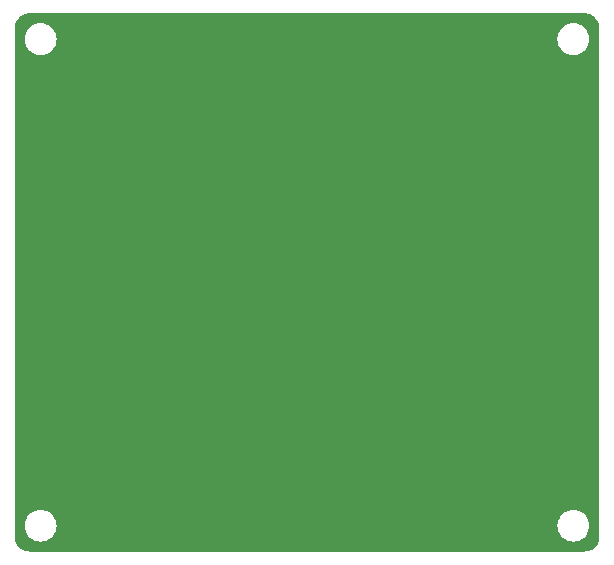
<source format=gbr>
%TF.GenerationSoftware,KiCad,Pcbnew,7.0.5*%
%TF.CreationDate,2024-09-25T00:19:21+08:00*%
%TF.ProjectId,TPS,5450532e-6b69-4636-9164-5f7063625858,rev?*%
%TF.SameCoordinates,Original*%
%TF.FileFunction,Copper,L1,Top*%
%TF.FilePolarity,Positive*%
%FSLAX46Y46*%
G04 Gerber Fmt 4.6, Leading zero omitted, Abs format (unit mm)*
G04 Created by KiCad (PCBNEW 7.0.5) date 2024-09-25 00:19:21*
%MOMM*%
%LPD*%
G01*
G04 APERTURE LIST*
G04 APERTURE END LIST*
%TA.AperFunction,NonConductor*%
G36*
X86707426Y-29000691D02*
G01*
X86710040Y-29000896D01*
X86762011Y-29004986D01*
X86902579Y-29017285D01*
X86920698Y-29020236D01*
X87000242Y-29039333D01*
X87001699Y-29039702D01*
X87088318Y-29062912D01*
X87111714Y-29069181D01*
X87119400Y-29071790D01*
X87168484Y-29092120D01*
X87204737Y-29107136D01*
X87207156Y-29108201D01*
X87304970Y-29153813D01*
X87311140Y-29157128D01*
X87353965Y-29183371D01*
X87391767Y-29206537D01*
X87394927Y-29208608D01*
X87481606Y-29269302D01*
X87486285Y-29272924D01*
X87558840Y-29334892D01*
X87562389Y-29338173D01*
X87636824Y-29412608D01*
X87640109Y-29416162D01*
X87702070Y-29488708D01*
X87705707Y-29493406D01*
X87766385Y-29580064D01*
X87768461Y-29583231D01*
X87817863Y-29663845D01*
X87821193Y-29670043D01*
X87866780Y-29767804D01*
X87867870Y-29770281D01*
X87903208Y-29855598D01*
X87905817Y-29863284D01*
X87935277Y-29973226D01*
X87935676Y-29974800D01*
X87954760Y-30054290D01*
X87957714Y-30072430D01*
X87970014Y-30213024D01*
X87974309Y-30267572D01*
X87974500Y-30272440D01*
X87974500Y-73313559D01*
X87974309Y-73318427D01*
X87970014Y-73372974D01*
X87957714Y-73513568D01*
X87954760Y-73531708D01*
X87935676Y-73611198D01*
X87935277Y-73612772D01*
X87905817Y-73722714D01*
X87903208Y-73730400D01*
X87867870Y-73815717D01*
X87866780Y-73818194D01*
X87821193Y-73915955D01*
X87817863Y-73922153D01*
X87768461Y-74002767D01*
X87766385Y-74005934D01*
X87705707Y-74092592D01*
X87702062Y-74097300D01*
X87640118Y-74169827D01*
X87636812Y-74173403D01*
X87562403Y-74247812D01*
X87558827Y-74251118D01*
X87486300Y-74313062D01*
X87481592Y-74316707D01*
X87394934Y-74377385D01*
X87391767Y-74379461D01*
X87311153Y-74428863D01*
X87304955Y-74432193D01*
X87207194Y-74477780D01*
X87204717Y-74478870D01*
X87119400Y-74514208D01*
X87111714Y-74516817D01*
X87001772Y-74546277D01*
X87000198Y-74546676D01*
X86920708Y-74565760D01*
X86902568Y-74568714D01*
X86761974Y-74581014D01*
X86707427Y-74585309D01*
X86702559Y-74585500D01*
X39733441Y-74585500D01*
X39728573Y-74585309D01*
X39674024Y-74581014D01*
X39533430Y-74568714D01*
X39515290Y-74565760D01*
X39435800Y-74546676D01*
X39434226Y-74546277D01*
X39324284Y-74516817D01*
X39316598Y-74514208D01*
X39231281Y-74478870D01*
X39228804Y-74477780D01*
X39131043Y-74432193D01*
X39124845Y-74428863D01*
X39044231Y-74379461D01*
X39041064Y-74377385D01*
X39008182Y-74354361D01*
X38954399Y-74316702D01*
X38949708Y-74313070D01*
X38877162Y-74251109D01*
X38873608Y-74247824D01*
X38799173Y-74173389D01*
X38795892Y-74169840D01*
X38733924Y-74097285D01*
X38730302Y-74092606D01*
X38669608Y-74005927D01*
X38667537Y-74002767D01*
X38650182Y-73974448D01*
X38618128Y-73922140D01*
X38614813Y-73915970D01*
X38569201Y-73818156D01*
X38568136Y-73815737D01*
X38553120Y-73779484D01*
X38532790Y-73730400D01*
X38530181Y-73722714D01*
X38513350Y-73659901D01*
X38500702Y-73612699D01*
X38500333Y-73611242D01*
X38481236Y-73531698D01*
X38478285Y-73513579D01*
X38465984Y-73372974D01*
X38461691Y-73318426D01*
X38461500Y-73313560D01*
X38461500Y-72386000D01*
X39305341Y-72386000D01*
X39325936Y-72621403D01*
X39325938Y-72621413D01*
X39387094Y-72849655D01*
X39387096Y-72849659D01*
X39387097Y-72849663D01*
X39437031Y-72956746D01*
X39486964Y-73063828D01*
X39486965Y-73063830D01*
X39622505Y-73257402D01*
X39789597Y-73424494D01*
X39983169Y-73560034D01*
X39983171Y-73560035D01*
X40197337Y-73659903D01*
X40425592Y-73721063D01*
X40602032Y-73736499D01*
X40602033Y-73736500D01*
X40602034Y-73736500D01*
X40719967Y-73736500D01*
X40719967Y-73736499D01*
X40896408Y-73721063D01*
X41124663Y-73659903D01*
X41338829Y-73560035D01*
X41532401Y-73424495D01*
X41699495Y-73257401D01*
X41835035Y-73063830D01*
X41934903Y-72849663D01*
X41996063Y-72621408D01*
X42016659Y-72386000D01*
X84419341Y-72386000D01*
X84439936Y-72621403D01*
X84439938Y-72621413D01*
X84501094Y-72849655D01*
X84501096Y-72849659D01*
X84501097Y-72849663D01*
X84551031Y-72956745D01*
X84600964Y-73063828D01*
X84600965Y-73063830D01*
X84736505Y-73257402D01*
X84903597Y-73424494D01*
X85097169Y-73560034D01*
X85097171Y-73560035D01*
X85311337Y-73659903D01*
X85539592Y-73721063D01*
X85716032Y-73736499D01*
X85716033Y-73736500D01*
X85716034Y-73736500D01*
X85833967Y-73736500D01*
X85833967Y-73736499D01*
X86010408Y-73721063D01*
X86238663Y-73659903D01*
X86452829Y-73560035D01*
X86646401Y-73424495D01*
X86813495Y-73257401D01*
X86949035Y-73063830D01*
X87048903Y-72849663D01*
X87110063Y-72621408D01*
X87130659Y-72386000D01*
X87110063Y-72150592D01*
X87048903Y-71922337D01*
X86949035Y-71708171D01*
X86949034Y-71708169D01*
X86813494Y-71514597D01*
X86646402Y-71347505D01*
X86452830Y-71211965D01*
X86452828Y-71211964D01*
X86345746Y-71162030D01*
X86238663Y-71112097D01*
X86238659Y-71112096D01*
X86238655Y-71112094D01*
X86010413Y-71050938D01*
X86010403Y-71050936D01*
X85833967Y-71035500D01*
X85833966Y-71035500D01*
X85716034Y-71035500D01*
X85716033Y-71035500D01*
X85539596Y-71050936D01*
X85539586Y-71050938D01*
X85311344Y-71112094D01*
X85311335Y-71112098D01*
X85097171Y-71211964D01*
X85097169Y-71211965D01*
X84903597Y-71347505D01*
X84736506Y-71514597D01*
X84736501Y-71514604D01*
X84600967Y-71708165D01*
X84600965Y-71708169D01*
X84501098Y-71922335D01*
X84501094Y-71922344D01*
X84439938Y-72150586D01*
X84439936Y-72150596D01*
X84419341Y-72385999D01*
X84419341Y-72386000D01*
X42016659Y-72386000D01*
X41996063Y-72150592D01*
X41934903Y-71922337D01*
X41835035Y-71708171D01*
X41835034Y-71708169D01*
X41699494Y-71514597D01*
X41532402Y-71347505D01*
X41338830Y-71211965D01*
X41338828Y-71211964D01*
X41231746Y-71162030D01*
X41124663Y-71112097D01*
X41124659Y-71112096D01*
X41124655Y-71112094D01*
X40896413Y-71050938D01*
X40896403Y-71050936D01*
X40719967Y-71035500D01*
X40719966Y-71035500D01*
X40602034Y-71035500D01*
X40602033Y-71035500D01*
X40425596Y-71050936D01*
X40425586Y-71050938D01*
X40197344Y-71112094D01*
X40197335Y-71112098D01*
X39983171Y-71211964D01*
X39983169Y-71211965D01*
X39789597Y-71347505D01*
X39622506Y-71514597D01*
X39622501Y-71514604D01*
X39486967Y-71708165D01*
X39486965Y-71708169D01*
X39387098Y-71922335D01*
X39387094Y-71922344D01*
X39325938Y-72150586D01*
X39325936Y-72150596D01*
X39305341Y-72385999D01*
X39305341Y-72386000D01*
X38461500Y-72386000D01*
X38461500Y-31200000D01*
X39305341Y-31200000D01*
X39325936Y-31435403D01*
X39325938Y-31435413D01*
X39387094Y-31663655D01*
X39387096Y-31663659D01*
X39387097Y-31663663D01*
X39437031Y-31770746D01*
X39486964Y-31877828D01*
X39486965Y-31877830D01*
X39622505Y-32071402D01*
X39789597Y-32238494D01*
X39983169Y-32374034D01*
X39983171Y-32374035D01*
X40197337Y-32473903D01*
X40425592Y-32535063D01*
X40602032Y-32550499D01*
X40602033Y-32550500D01*
X40602034Y-32550500D01*
X40719967Y-32550500D01*
X40719967Y-32550499D01*
X40896408Y-32535063D01*
X41124663Y-32473903D01*
X41338829Y-32374035D01*
X41532401Y-32238495D01*
X41699495Y-32071401D01*
X41835035Y-31877830D01*
X41934903Y-31663663D01*
X41996063Y-31435408D01*
X42016659Y-31200000D01*
X84419341Y-31200000D01*
X84439936Y-31435403D01*
X84439938Y-31435413D01*
X84501094Y-31663655D01*
X84501096Y-31663659D01*
X84501097Y-31663663D01*
X84551030Y-31770745D01*
X84600964Y-31877828D01*
X84600965Y-31877830D01*
X84736505Y-32071402D01*
X84903597Y-32238494D01*
X85097169Y-32374034D01*
X85097171Y-32374035D01*
X85311337Y-32473903D01*
X85539592Y-32535063D01*
X85716032Y-32550499D01*
X85716033Y-32550500D01*
X85716034Y-32550500D01*
X85833967Y-32550500D01*
X85833967Y-32550499D01*
X86010408Y-32535063D01*
X86238663Y-32473903D01*
X86452829Y-32374035D01*
X86646401Y-32238495D01*
X86813495Y-32071401D01*
X86949035Y-31877830D01*
X87048903Y-31663663D01*
X87110063Y-31435408D01*
X87130659Y-31200000D01*
X87110063Y-30964592D01*
X87048903Y-30736337D01*
X86949035Y-30522171D01*
X86949034Y-30522169D01*
X86813494Y-30328597D01*
X86646402Y-30161505D01*
X86452830Y-30025965D01*
X86452828Y-30025964D01*
X86338152Y-29972490D01*
X86238663Y-29926097D01*
X86238659Y-29926096D01*
X86238655Y-29926094D01*
X86010413Y-29864938D01*
X86010403Y-29864936D01*
X85833967Y-29849500D01*
X85833966Y-29849500D01*
X85716034Y-29849500D01*
X85716033Y-29849500D01*
X85539596Y-29864936D01*
X85539586Y-29864938D01*
X85311344Y-29926094D01*
X85311335Y-29926098D01*
X85097171Y-30025964D01*
X85097169Y-30025965D01*
X84903597Y-30161505D01*
X84736506Y-30328597D01*
X84736501Y-30328604D01*
X84600967Y-30522165D01*
X84600965Y-30522169D01*
X84501098Y-30736335D01*
X84501094Y-30736344D01*
X84439938Y-30964586D01*
X84439936Y-30964596D01*
X84419341Y-31199999D01*
X84419341Y-31200000D01*
X42016659Y-31200000D01*
X41996063Y-30964592D01*
X41934903Y-30736337D01*
X41835035Y-30522171D01*
X41835034Y-30522169D01*
X41699494Y-30328597D01*
X41532402Y-30161505D01*
X41338830Y-30025965D01*
X41338828Y-30025964D01*
X41224152Y-29972490D01*
X41124663Y-29926097D01*
X41124659Y-29926096D01*
X41124655Y-29926094D01*
X40896413Y-29864938D01*
X40896403Y-29864936D01*
X40719967Y-29849500D01*
X40719966Y-29849500D01*
X40602034Y-29849500D01*
X40602033Y-29849500D01*
X40425596Y-29864936D01*
X40425586Y-29864938D01*
X40197344Y-29926094D01*
X40197335Y-29926098D01*
X39983171Y-30025964D01*
X39983169Y-30025965D01*
X39789597Y-30161505D01*
X39622506Y-30328597D01*
X39622501Y-30328604D01*
X39486967Y-30522165D01*
X39486965Y-30522169D01*
X39387098Y-30736335D01*
X39387094Y-30736344D01*
X39325938Y-30964586D01*
X39325936Y-30964596D01*
X39305341Y-31199999D01*
X39305341Y-31200000D01*
X38461500Y-31200000D01*
X38461500Y-30272436D01*
X38461691Y-30267571D01*
X38465979Y-30213080D01*
X38478286Y-30072416D01*
X38481235Y-30054305D01*
X38500342Y-29974719D01*
X38500693Y-29973335D01*
X38530182Y-29863280D01*
X38532790Y-29855598D01*
X38535316Y-29849500D01*
X38568151Y-29770228D01*
X38569185Y-29767877D01*
X38614820Y-29670014D01*
X38618119Y-29663873D01*
X38667548Y-29583213D01*
X38669587Y-29580102D01*
X38730316Y-29493372D01*
X38733908Y-29488733D01*
X38795914Y-29416133D01*
X38799149Y-29412634D01*
X38873634Y-29338149D01*
X38877133Y-29334914D01*
X38949733Y-29272908D01*
X38954372Y-29269316D01*
X39041102Y-29208587D01*
X39044213Y-29206548D01*
X39124873Y-29157119D01*
X39131014Y-29153820D01*
X39228877Y-29108185D01*
X39231228Y-29107151D01*
X39316599Y-29071789D01*
X39324280Y-29069182D01*
X39434335Y-29039693D01*
X39435719Y-29039342D01*
X39515305Y-29020235D01*
X39533416Y-29017286D01*
X39674043Y-29004982D01*
X39721497Y-29001247D01*
X39728575Y-29000691D01*
X39733440Y-29000500D01*
X86702560Y-29000500D01*
X86707426Y-29000691D01*
G37*
%TD.AperFunction*%
M02*

</source>
